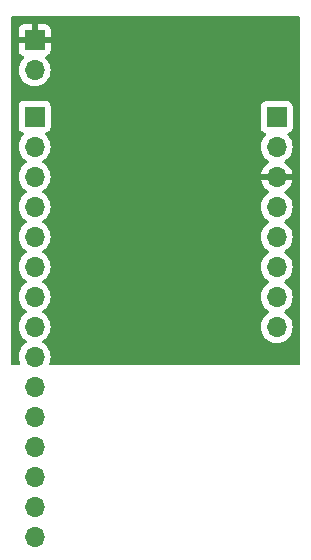
<source format=gbr>
%TF.GenerationSoftware,KiCad,Pcbnew,8.0.0*%
%TF.CreationDate,2024-03-30T13:04:04-05:00*%
%TF.ProjectId,PIC_DEV_Board,5049435f-4445-4565-9f42-6f6172642e6b,rev?*%
%TF.SameCoordinates,Original*%
%TF.FileFunction,Copper,L2,Bot*%
%TF.FilePolarity,Positive*%
%FSLAX46Y46*%
G04 Gerber Fmt 4.6, Leading zero omitted, Abs format (unit mm)*
G04 Created by KiCad (PCBNEW 8.0.0) date 2024-03-30 13:04:04*
%MOMM*%
%LPD*%
G01*
G04 APERTURE LIST*
%TA.AperFunction,ComponentPad*%
%ADD10R,1.700000X1.700000*%
%TD*%
%TA.AperFunction,ComponentPad*%
%ADD11O,1.700000X1.700000*%
%TD*%
%TA.AperFunction,ViaPad*%
%ADD12C,0.600000*%
%TD*%
G04 APERTURE END LIST*
D10*
%TO.P,J4,1,Pin_1*%
%TO.N,Earth*%
X137000000Y-86500000D03*
D11*
%TO.P,J4,2,Pin_2*%
%TO.N,Net-(J1-Pin_2)*%
X137000000Y-89040000D03*
%TD*%
D10*
%TO.P,J1,1,Pin_1*%
%TO.N,Net-(J1-Pin_1)*%
X157500000Y-93000000D03*
D11*
%TO.P,J1,2,Pin_2*%
%TO.N,Net-(J1-Pin_2)*%
X157500000Y-95540000D03*
%TO.P,J1,3,Pin_3*%
%TO.N,Earth*%
X157500000Y-98080000D03*
%TO.P,J1,4,Pin_4*%
%TO.N,Net-(J1-Pin_4)*%
X157500000Y-100620000D03*
%TO.P,J1,5,Pin_5*%
%TO.N,Net-(J1-Pin_5)*%
X157500000Y-103160000D03*
%TO.P,J1,6,Pin_6*%
%TO.N,unconnected-(J1-Pin_6-Pad6)*%
X157500000Y-105700000D03*
%TO.P,J1,7,Pin_7*%
%TO.N,unconnected-(J1-Pin_7-Pad7)*%
X157500000Y-108240000D03*
%TO.P,J1,8,Pin_8*%
%TO.N,unconnected-(J1-Pin_8-Pad8)*%
X157500000Y-110780000D03*
%TD*%
D10*
%TO.P,J3,1,Pin_1*%
%TO.N,Net-(J3-Pin_1)*%
X137000000Y-92980000D03*
D11*
%TO.P,J3,2,Pin_2*%
%TO.N,Net-(J3-Pin_2)*%
X137000000Y-95520000D03*
%TO.P,J3,3,Pin_3*%
%TO.N,Net-(J3-Pin_3)*%
X137000000Y-98060000D03*
%TO.P,J3,4,Pin_4*%
%TO.N,Net-(J3-Pin_4)*%
X137000000Y-100600000D03*
%TO.P,J3,5,Pin_5*%
%TO.N,Net-(J3-Pin_5)*%
X137000000Y-103140000D03*
%TO.P,J3,6,Pin_6*%
%TO.N,Net-(J3-Pin_6)*%
X137000000Y-105680000D03*
%TO.P,J3,7,Pin_7*%
%TO.N,Net-(J3-Pin_7)*%
X137000000Y-108220000D03*
%TO.P,J3,8,Pin_8*%
%TO.N,Net-(J3-Pin_8)*%
X137000000Y-110760000D03*
%TO.P,J3,9,Pin_9*%
%TO.N,Net-(J3-Pin_9)*%
X137000000Y-113300000D03*
%TO.P,J3,10,Pin_10*%
%TO.N,Net-(J3-Pin_10)*%
X137000000Y-115840000D03*
%TO.P,J3,11,Pin_11*%
%TO.N,Net-(J3-Pin_11)*%
X137000000Y-118380000D03*
%TO.P,J3,12,Pin_12*%
%TO.N,Net-(J3-Pin_12)*%
X137000000Y-120920000D03*
%TO.P,J3,13,Pin_13*%
%TO.N,Net-(J3-Pin_13)*%
X137000000Y-123460000D03*
%TO.P,J3,14,Pin_14*%
%TO.N,Net-(J3-Pin_14)*%
X137000000Y-126000000D03*
%TO.P,J3,15,Pin_15*%
%TO.N,Net-(J3-Pin_15)*%
X137000000Y-128540000D03*
%TD*%
D12*
%TO.N,Earth*%
X147500000Y-94500000D03*
X140000000Y-86500000D03*
X150000000Y-98000000D03*
X146500000Y-91500000D03*
%TD*%
%TA.AperFunction,Conductor*%
%TO.N,Earth*%
G36*
X159442539Y-84520185D02*
G01*
X159488294Y-84572989D01*
X159499500Y-84624500D01*
X159499500Y-113876000D01*
X159479815Y-113943039D01*
X159427011Y-113988794D01*
X159375500Y-114000000D01*
X138358338Y-114000000D01*
X138291299Y-113980315D01*
X138245544Y-113927511D01*
X138235600Y-113858353D01*
X138245956Y-113823595D01*
X138273903Y-113763663D01*
X138335063Y-113535408D01*
X138355659Y-113300000D01*
X138335063Y-113064592D01*
X138273903Y-112836337D01*
X138174035Y-112622171D01*
X138038495Y-112428599D01*
X138038494Y-112428597D01*
X137871402Y-112261506D01*
X137871396Y-112261501D01*
X137685842Y-112131575D01*
X137642217Y-112076998D01*
X137635023Y-112007500D01*
X137666546Y-111945145D01*
X137685842Y-111928425D01*
X137708026Y-111912891D01*
X137871401Y-111798495D01*
X138038495Y-111631401D01*
X138174035Y-111437830D01*
X138273903Y-111223663D01*
X138335063Y-110995408D01*
X138353909Y-110780000D01*
X156144341Y-110780000D01*
X156164936Y-111015403D01*
X156164938Y-111015413D01*
X156226094Y-111243655D01*
X156226096Y-111243659D01*
X156226097Y-111243663D01*
X156316639Y-111437830D01*
X156325965Y-111457830D01*
X156325967Y-111457834D01*
X156434281Y-111612521D01*
X156461505Y-111651401D01*
X156628599Y-111818495D01*
X156725384Y-111886265D01*
X156822165Y-111954032D01*
X156822167Y-111954033D01*
X156822170Y-111954035D01*
X157036337Y-112053903D01*
X157264592Y-112115063D01*
X157452918Y-112131539D01*
X157499999Y-112135659D01*
X157500000Y-112135659D01*
X157500001Y-112135659D01*
X157546679Y-112131575D01*
X157735408Y-112115063D01*
X157963663Y-112053903D01*
X158177830Y-111954035D01*
X158371401Y-111818495D01*
X158538495Y-111651401D01*
X158674035Y-111457830D01*
X158773903Y-111243663D01*
X158835063Y-111015408D01*
X158855659Y-110780000D01*
X158835063Y-110544592D01*
X158773903Y-110316337D01*
X158674035Y-110102171D01*
X158538495Y-109908599D01*
X158538494Y-109908597D01*
X158371402Y-109741506D01*
X158371396Y-109741501D01*
X158185842Y-109611575D01*
X158142217Y-109556998D01*
X158135023Y-109487500D01*
X158166546Y-109425145D01*
X158185842Y-109408425D01*
X158214405Y-109388425D01*
X158371401Y-109278495D01*
X158538495Y-109111401D01*
X158674035Y-108917830D01*
X158773903Y-108703663D01*
X158835063Y-108475408D01*
X158855659Y-108240000D01*
X158835063Y-108004592D01*
X158773903Y-107776337D01*
X158674035Y-107562171D01*
X158538495Y-107368599D01*
X158538494Y-107368597D01*
X158371402Y-107201506D01*
X158371396Y-107201501D01*
X158185842Y-107071575D01*
X158142217Y-107016998D01*
X158135023Y-106947500D01*
X158166546Y-106885145D01*
X158185842Y-106868425D01*
X158214405Y-106848425D01*
X158371401Y-106738495D01*
X158538495Y-106571401D01*
X158674035Y-106377830D01*
X158773903Y-106163663D01*
X158835063Y-105935408D01*
X158855659Y-105700000D01*
X158835063Y-105464592D01*
X158773903Y-105236337D01*
X158674035Y-105022171D01*
X158538495Y-104828599D01*
X158538494Y-104828597D01*
X158371402Y-104661506D01*
X158371396Y-104661501D01*
X158185842Y-104531575D01*
X158142217Y-104476998D01*
X158135023Y-104407500D01*
X158166546Y-104345145D01*
X158185842Y-104328425D01*
X158214405Y-104308425D01*
X158371401Y-104198495D01*
X158538495Y-104031401D01*
X158674035Y-103837830D01*
X158773903Y-103623663D01*
X158835063Y-103395408D01*
X158855659Y-103160000D01*
X158835063Y-102924592D01*
X158773903Y-102696337D01*
X158674035Y-102482171D01*
X158538495Y-102288599D01*
X158538494Y-102288597D01*
X158371402Y-102121506D01*
X158371396Y-102121501D01*
X158185842Y-101991575D01*
X158142217Y-101936998D01*
X158135023Y-101867500D01*
X158166546Y-101805145D01*
X158185842Y-101788425D01*
X158214405Y-101768425D01*
X158371401Y-101658495D01*
X158538495Y-101491401D01*
X158674035Y-101297830D01*
X158773903Y-101083663D01*
X158835063Y-100855408D01*
X158855659Y-100620000D01*
X158835063Y-100384592D01*
X158773903Y-100156337D01*
X158674035Y-99942171D01*
X158538495Y-99748599D01*
X158538494Y-99748597D01*
X158371402Y-99581506D01*
X158371401Y-99581505D01*
X158185405Y-99451269D01*
X158141781Y-99396692D01*
X158134588Y-99327193D01*
X158166110Y-99264839D01*
X158185405Y-99248119D01*
X158371082Y-99118105D01*
X158538105Y-98951082D01*
X158673600Y-98757578D01*
X158773429Y-98543492D01*
X158773432Y-98543486D01*
X158830636Y-98330000D01*
X157933012Y-98330000D01*
X157965925Y-98272993D01*
X158000000Y-98145826D01*
X158000000Y-98014174D01*
X157965925Y-97887007D01*
X157933012Y-97830000D01*
X158830636Y-97830000D01*
X158830635Y-97829999D01*
X158773432Y-97616513D01*
X158773429Y-97616507D01*
X158673600Y-97402422D01*
X158673599Y-97402420D01*
X158538113Y-97208926D01*
X158538108Y-97208920D01*
X158371078Y-97041890D01*
X158185405Y-96911879D01*
X158141780Y-96857302D01*
X158134588Y-96787804D01*
X158166110Y-96725449D01*
X158185406Y-96708730D01*
X158206393Y-96694035D01*
X158371401Y-96578495D01*
X158538495Y-96411401D01*
X158674035Y-96217830D01*
X158773903Y-96003663D01*
X158835063Y-95775408D01*
X158855659Y-95540000D01*
X158835063Y-95304592D01*
X158773903Y-95076337D01*
X158674035Y-94862171D01*
X158538495Y-94668599D01*
X158416567Y-94546671D01*
X158383084Y-94485351D01*
X158388068Y-94415659D01*
X158429939Y-94359725D01*
X158460915Y-94342810D01*
X158592331Y-94293796D01*
X158707546Y-94207546D01*
X158793796Y-94092331D01*
X158844091Y-93957483D01*
X158850500Y-93897873D01*
X158850499Y-92102128D01*
X158844091Y-92042517D01*
X158836631Y-92022517D01*
X158793797Y-91907671D01*
X158793793Y-91907664D01*
X158707547Y-91792455D01*
X158707544Y-91792452D01*
X158592335Y-91706206D01*
X158592328Y-91706202D01*
X158457482Y-91655908D01*
X158457483Y-91655908D01*
X158397883Y-91649501D01*
X158397881Y-91649500D01*
X158397873Y-91649500D01*
X158397864Y-91649500D01*
X156602129Y-91649500D01*
X156602123Y-91649501D01*
X156542516Y-91655908D01*
X156407671Y-91706202D01*
X156407664Y-91706206D01*
X156292455Y-91792452D01*
X156292452Y-91792455D01*
X156206206Y-91907664D01*
X156206202Y-91907671D01*
X156155908Y-92042517D01*
X156151650Y-92082127D01*
X156149501Y-92102123D01*
X156149500Y-92102135D01*
X156149500Y-93897870D01*
X156149501Y-93897876D01*
X156155908Y-93957483D01*
X156206202Y-94092328D01*
X156206206Y-94092335D01*
X156292452Y-94207544D01*
X156292455Y-94207547D01*
X156407664Y-94293793D01*
X156407671Y-94293797D01*
X156539081Y-94342810D01*
X156595015Y-94384681D01*
X156619432Y-94450145D01*
X156604580Y-94518418D01*
X156583430Y-94546673D01*
X156461503Y-94668600D01*
X156325965Y-94862169D01*
X156325964Y-94862171D01*
X156226098Y-95076335D01*
X156226094Y-95076344D01*
X156164938Y-95304586D01*
X156164936Y-95304596D01*
X156144341Y-95539999D01*
X156144341Y-95540000D01*
X156164936Y-95775403D01*
X156164938Y-95775413D01*
X156226094Y-96003655D01*
X156226096Y-96003659D01*
X156226097Y-96003663D01*
X156316639Y-96197830D01*
X156325965Y-96217830D01*
X156325967Y-96217834D01*
X156461501Y-96411395D01*
X156461506Y-96411402D01*
X156628597Y-96578493D01*
X156628603Y-96578498D01*
X156814594Y-96708730D01*
X156858219Y-96763307D01*
X156865413Y-96832805D01*
X156833890Y-96895160D01*
X156814595Y-96911880D01*
X156628922Y-97041890D01*
X156628920Y-97041891D01*
X156461891Y-97208920D01*
X156461886Y-97208926D01*
X156326400Y-97402420D01*
X156326399Y-97402422D01*
X156226570Y-97616507D01*
X156226567Y-97616513D01*
X156169364Y-97829999D01*
X156169364Y-97830000D01*
X157066988Y-97830000D01*
X157034075Y-97887007D01*
X157000000Y-98014174D01*
X157000000Y-98145826D01*
X157034075Y-98272993D01*
X157066988Y-98330000D01*
X156169364Y-98330000D01*
X156226567Y-98543486D01*
X156226570Y-98543492D01*
X156326399Y-98757578D01*
X156461894Y-98951082D01*
X156628917Y-99118105D01*
X156814595Y-99248119D01*
X156858219Y-99302696D01*
X156865412Y-99372195D01*
X156833890Y-99434549D01*
X156814595Y-99451269D01*
X156628594Y-99581508D01*
X156461505Y-99748597D01*
X156325965Y-99942169D01*
X156325964Y-99942171D01*
X156226098Y-100156335D01*
X156226094Y-100156344D01*
X156164938Y-100384586D01*
X156164936Y-100384596D01*
X156144341Y-100619999D01*
X156144341Y-100620000D01*
X156164936Y-100855403D01*
X156164938Y-100855413D01*
X156226094Y-101083655D01*
X156226096Y-101083659D01*
X156226097Y-101083663D01*
X156316639Y-101277830D01*
X156325965Y-101297830D01*
X156325967Y-101297834D01*
X156461501Y-101491395D01*
X156461506Y-101491402D01*
X156628597Y-101658493D01*
X156628603Y-101658498D01*
X156814158Y-101788425D01*
X156857783Y-101843002D01*
X156864977Y-101912500D01*
X156833454Y-101974855D01*
X156814158Y-101991575D01*
X156628597Y-102121505D01*
X156461505Y-102288597D01*
X156325965Y-102482169D01*
X156325964Y-102482171D01*
X156226098Y-102696335D01*
X156226094Y-102696344D01*
X156164938Y-102924586D01*
X156164936Y-102924596D01*
X156144341Y-103159999D01*
X156144341Y-103160000D01*
X156164936Y-103395403D01*
X156164938Y-103395413D01*
X156226094Y-103623655D01*
X156226096Y-103623659D01*
X156226097Y-103623663D01*
X156316639Y-103817830D01*
X156325965Y-103837830D01*
X156325967Y-103837834D01*
X156461501Y-104031395D01*
X156461506Y-104031402D01*
X156628597Y-104198493D01*
X156628603Y-104198498D01*
X156814158Y-104328425D01*
X156857783Y-104383002D01*
X156864977Y-104452500D01*
X156833454Y-104514855D01*
X156814158Y-104531575D01*
X156628597Y-104661505D01*
X156461505Y-104828597D01*
X156325965Y-105022169D01*
X156325964Y-105022171D01*
X156226098Y-105236335D01*
X156226094Y-105236344D01*
X156164938Y-105464586D01*
X156164936Y-105464596D01*
X156144341Y-105699999D01*
X156144341Y-105700000D01*
X156164936Y-105935403D01*
X156164938Y-105935413D01*
X156226094Y-106163655D01*
X156226096Y-106163659D01*
X156226097Y-106163663D01*
X156316639Y-106357830D01*
X156325965Y-106377830D01*
X156325967Y-106377834D01*
X156461501Y-106571395D01*
X156461506Y-106571402D01*
X156628597Y-106738493D01*
X156628603Y-106738498D01*
X156814158Y-106868425D01*
X156857783Y-106923002D01*
X156864977Y-106992500D01*
X156833454Y-107054855D01*
X156814158Y-107071575D01*
X156628597Y-107201505D01*
X156461505Y-107368597D01*
X156325965Y-107562169D01*
X156325964Y-107562171D01*
X156226098Y-107776335D01*
X156226094Y-107776344D01*
X156164938Y-108004586D01*
X156164936Y-108004596D01*
X156144341Y-108239999D01*
X156144341Y-108240000D01*
X156164936Y-108475403D01*
X156164938Y-108475413D01*
X156226094Y-108703655D01*
X156226096Y-108703659D01*
X156226097Y-108703663D01*
X156316639Y-108897830D01*
X156325965Y-108917830D01*
X156325967Y-108917834D01*
X156461501Y-109111395D01*
X156461506Y-109111402D01*
X156628597Y-109278493D01*
X156628603Y-109278498D01*
X156814158Y-109408425D01*
X156857783Y-109463002D01*
X156864977Y-109532500D01*
X156833454Y-109594855D01*
X156814158Y-109611575D01*
X156628597Y-109741505D01*
X156461505Y-109908597D01*
X156325965Y-110102169D01*
X156325964Y-110102171D01*
X156226098Y-110316335D01*
X156226094Y-110316344D01*
X156164938Y-110544586D01*
X156164936Y-110544596D01*
X156144341Y-110779999D01*
X156144341Y-110780000D01*
X138353909Y-110780000D01*
X138355659Y-110760000D01*
X138335063Y-110524592D01*
X138273903Y-110296337D01*
X138174035Y-110082171D01*
X138038495Y-109888599D01*
X138038494Y-109888597D01*
X137871402Y-109721506D01*
X137871396Y-109721501D01*
X137685842Y-109591575D01*
X137642217Y-109536998D01*
X137635023Y-109467500D01*
X137666546Y-109405145D01*
X137685842Y-109388425D01*
X137708026Y-109372891D01*
X137871401Y-109258495D01*
X138038495Y-109091401D01*
X138174035Y-108897830D01*
X138273903Y-108683663D01*
X138335063Y-108455408D01*
X138355659Y-108220000D01*
X138335063Y-107984592D01*
X138273903Y-107756337D01*
X138174035Y-107542171D01*
X138038495Y-107348599D01*
X138038494Y-107348597D01*
X137871402Y-107181506D01*
X137871396Y-107181501D01*
X137685842Y-107051575D01*
X137642217Y-106996998D01*
X137635023Y-106927500D01*
X137666546Y-106865145D01*
X137685842Y-106848425D01*
X137708026Y-106832891D01*
X137871401Y-106718495D01*
X138038495Y-106551401D01*
X138174035Y-106357830D01*
X138273903Y-106143663D01*
X138335063Y-105915408D01*
X138355659Y-105680000D01*
X138335063Y-105444592D01*
X138273903Y-105216337D01*
X138174035Y-105002171D01*
X138038495Y-104808599D01*
X138038494Y-104808597D01*
X137871402Y-104641506D01*
X137871396Y-104641501D01*
X137685842Y-104511575D01*
X137642217Y-104456998D01*
X137635023Y-104387500D01*
X137666546Y-104325145D01*
X137685842Y-104308425D01*
X137708026Y-104292891D01*
X137871401Y-104178495D01*
X138038495Y-104011401D01*
X138174035Y-103817830D01*
X138273903Y-103603663D01*
X138335063Y-103375408D01*
X138355659Y-103140000D01*
X138335063Y-102904592D01*
X138273903Y-102676337D01*
X138174035Y-102462171D01*
X138038495Y-102268599D01*
X138038494Y-102268597D01*
X137871402Y-102101506D01*
X137871396Y-102101501D01*
X137685842Y-101971575D01*
X137642217Y-101916998D01*
X137635023Y-101847500D01*
X137666546Y-101785145D01*
X137685842Y-101768425D01*
X137708026Y-101752891D01*
X137871401Y-101638495D01*
X138038495Y-101471401D01*
X138174035Y-101277830D01*
X138273903Y-101063663D01*
X138335063Y-100835408D01*
X138355659Y-100600000D01*
X138335063Y-100364592D01*
X138273903Y-100136337D01*
X138174035Y-99922171D01*
X138038495Y-99728599D01*
X138038494Y-99728597D01*
X137871402Y-99561506D01*
X137871396Y-99561501D01*
X137685842Y-99431575D01*
X137642217Y-99376998D01*
X137635023Y-99307500D01*
X137666546Y-99245145D01*
X137685842Y-99228425D01*
X137708026Y-99212891D01*
X137871401Y-99098495D01*
X138038495Y-98931401D01*
X138174035Y-98737830D01*
X138273903Y-98523663D01*
X138335063Y-98295408D01*
X138355659Y-98060000D01*
X138335063Y-97824592D01*
X138279309Y-97616513D01*
X138273905Y-97596344D01*
X138273904Y-97596343D01*
X138273903Y-97596337D01*
X138174035Y-97382171D01*
X138038495Y-97188599D01*
X138038494Y-97188597D01*
X137871402Y-97021506D01*
X137871396Y-97021501D01*
X137685842Y-96891575D01*
X137642217Y-96836998D01*
X137635023Y-96767500D01*
X137666546Y-96705145D01*
X137685842Y-96688425D01*
X137708026Y-96672891D01*
X137871401Y-96558495D01*
X138038495Y-96391401D01*
X138174035Y-96197830D01*
X138273903Y-95983663D01*
X138335063Y-95755408D01*
X138355659Y-95520000D01*
X138335063Y-95284592D01*
X138273903Y-95056337D01*
X138174035Y-94842171D01*
X138038495Y-94648599D01*
X137916567Y-94526671D01*
X137883084Y-94465351D01*
X137888068Y-94395659D01*
X137929939Y-94339725D01*
X137960915Y-94322810D01*
X138092331Y-94273796D01*
X138207546Y-94187546D01*
X138293796Y-94072331D01*
X138344091Y-93937483D01*
X138350500Y-93877873D01*
X138350499Y-92082128D01*
X138344091Y-92022517D01*
X138301256Y-91907671D01*
X138293797Y-91887671D01*
X138293793Y-91887664D01*
X138207547Y-91772455D01*
X138207544Y-91772452D01*
X138092335Y-91686206D01*
X138092328Y-91686202D01*
X137957482Y-91635908D01*
X137957483Y-91635908D01*
X137897883Y-91629501D01*
X137897881Y-91629500D01*
X137897873Y-91629500D01*
X137897864Y-91629500D01*
X136102129Y-91629500D01*
X136102123Y-91629501D01*
X136042516Y-91635908D01*
X135907671Y-91686202D01*
X135907664Y-91686206D01*
X135792455Y-91772452D01*
X135792452Y-91772455D01*
X135706206Y-91887664D01*
X135706202Y-91887671D01*
X135655908Y-92022517D01*
X135649501Y-92082116D01*
X135649501Y-92082123D01*
X135649500Y-92082135D01*
X135649500Y-93877870D01*
X135649501Y-93877876D01*
X135655908Y-93937483D01*
X135706202Y-94072328D01*
X135706206Y-94072335D01*
X135792452Y-94187544D01*
X135792455Y-94187547D01*
X135907664Y-94273793D01*
X135907671Y-94273797D01*
X136039081Y-94322810D01*
X136095015Y-94364681D01*
X136119432Y-94430145D01*
X136104580Y-94498418D01*
X136083430Y-94526673D01*
X135961503Y-94648600D01*
X135825965Y-94842169D01*
X135825964Y-94842171D01*
X135726098Y-95056335D01*
X135726094Y-95056344D01*
X135664938Y-95284586D01*
X135664936Y-95284596D01*
X135644341Y-95519999D01*
X135644341Y-95520000D01*
X135664936Y-95755403D01*
X135664938Y-95755413D01*
X135726094Y-95983655D01*
X135726096Y-95983659D01*
X135726097Y-95983663D01*
X135735424Y-96003664D01*
X135825965Y-96197830D01*
X135825967Y-96197834D01*
X135961501Y-96391395D01*
X135961506Y-96391402D01*
X136128597Y-96558493D01*
X136128603Y-96558498D01*
X136314158Y-96688425D01*
X136357783Y-96743002D01*
X136364977Y-96812500D01*
X136333454Y-96874855D01*
X136314158Y-96891575D01*
X136128597Y-97021505D01*
X135961505Y-97188597D01*
X135825965Y-97382169D01*
X135825964Y-97382171D01*
X135726098Y-97596335D01*
X135726094Y-97596344D01*
X135664938Y-97824586D01*
X135664936Y-97824596D01*
X135644341Y-98059999D01*
X135644341Y-98060000D01*
X135664936Y-98295403D01*
X135664938Y-98295413D01*
X135726094Y-98523655D01*
X135726096Y-98523659D01*
X135726097Y-98523663D01*
X135825965Y-98737830D01*
X135825967Y-98737834D01*
X135961501Y-98931395D01*
X135961506Y-98931402D01*
X136128597Y-99098493D01*
X136128603Y-99098498D01*
X136314158Y-99228425D01*
X136357783Y-99283002D01*
X136364977Y-99352500D01*
X136333454Y-99414855D01*
X136314158Y-99431575D01*
X136128597Y-99561505D01*
X135961505Y-99728597D01*
X135825965Y-99922169D01*
X135825964Y-99922171D01*
X135726098Y-100136335D01*
X135726094Y-100136344D01*
X135664938Y-100364586D01*
X135664936Y-100364596D01*
X135644341Y-100599999D01*
X135644341Y-100600000D01*
X135664936Y-100835403D01*
X135664938Y-100835413D01*
X135726094Y-101063655D01*
X135726096Y-101063659D01*
X135726097Y-101063663D01*
X135735424Y-101083664D01*
X135825965Y-101277830D01*
X135825967Y-101277834D01*
X135961501Y-101471395D01*
X135961506Y-101471402D01*
X136128597Y-101638493D01*
X136128603Y-101638498D01*
X136314158Y-101768425D01*
X136357783Y-101823002D01*
X136364977Y-101892500D01*
X136333454Y-101954855D01*
X136314158Y-101971575D01*
X136128597Y-102101505D01*
X135961505Y-102268597D01*
X135825965Y-102462169D01*
X135825964Y-102462171D01*
X135726098Y-102676335D01*
X135726094Y-102676344D01*
X135664938Y-102904586D01*
X135664936Y-102904596D01*
X135644341Y-103139999D01*
X135644341Y-103140000D01*
X135664936Y-103375403D01*
X135664938Y-103375413D01*
X135726094Y-103603655D01*
X135726096Y-103603659D01*
X135726097Y-103603663D01*
X135735424Y-103623664D01*
X135825965Y-103817830D01*
X135825967Y-103817834D01*
X135961501Y-104011395D01*
X135961506Y-104011402D01*
X136128597Y-104178493D01*
X136128603Y-104178498D01*
X136314158Y-104308425D01*
X136357783Y-104363002D01*
X136364977Y-104432500D01*
X136333454Y-104494855D01*
X136314158Y-104511575D01*
X136128597Y-104641505D01*
X135961505Y-104808597D01*
X135825965Y-105002169D01*
X135825964Y-105002171D01*
X135726098Y-105216335D01*
X135726094Y-105216344D01*
X135664938Y-105444586D01*
X135664936Y-105444596D01*
X135644341Y-105679999D01*
X135644341Y-105680000D01*
X135664936Y-105915403D01*
X135664938Y-105915413D01*
X135726094Y-106143655D01*
X135726096Y-106143659D01*
X135726097Y-106143663D01*
X135735424Y-106163664D01*
X135825965Y-106357830D01*
X135825967Y-106357834D01*
X135961501Y-106551395D01*
X135961506Y-106551402D01*
X136128597Y-106718493D01*
X136128603Y-106718498D01*
X136314158Y-106848425D01*
X136357783Y-106903002D01*
X136364977Y-106972500D01*
X136333454Y-107034855D01*
X136314158Y-107051575D01*
X136128597Y-107181505D01*
X135961505Y-107348597D01*
X135825965Y-107542169D01*
X135825964Y-107542171D01*
X135726098Y-107756335D01*
X135726094Y-107756344D01*
X135664938Y-107984586D01*
X135664936Y-107984596D01*
X135644341Y-108219999D01*
X135644341Y-108220000D01*
X135664936Y-108455403D01*
X135664938Y-108455413D01*
X135726094Y-108683655D01*
X135726096Y-108683659D01*
X135726097Y-108683663D01*
X135735424Y-108703664D01*
X135825965Y-108897830D01*
X135825967Y-108897834D01*
X135961501Y-109091395D01*
X135961506Y-109091402D01*
X136128597Y-109258493D01*
X136128603Y-109258498D01*
X136314158Y-109388425D01*
X136357783Y-109443002D01*
X136364977Y-109512500D01*
X136333454Y-109574855D01*
X136314158Y-109591575D01*
X136128597Y-109721505D01*
X135961505Y-109888597D01*
X135825965Y-110082169D01*
X135825964Y-110082171D01*
X135726098Y-110296335D01*
X135726094Y-110296344D01*
X135664938Y-110524586D01*
X135664936Y-110524596D01*
X135644341Y-110759999D01*
X135644341Y-110760000D01*
X135664936Y-110995403D01*
X135664938Y-110995413D01*
X135726094Y-111223655D01*
X135726096Y-111223659D01*
X135726097Y-111223663D01*
X135735424Y-111243664D01*
X135825965Y-111437830D01*
X135825967Y-111437834D01*
X135961501Y-111631395D01*
X135961506Y-111631402D01*
X136128597Y-111798493D01*
X136128603Y-111798498D01*
X136314158Y-111928425D01*
X136357783Y-111983002D01*
X136364977Y-112052500D01*
X136333454Y-112114855D01*
X136314158Y-112131575D01*
X136128597Y-112261505D01*
X135961505Y-112428597D01*
X135825965Y-112622169D01*
X135825964Y-112622171D01*
X135726098Y-112836335D01*
X135726094Y-112836344D01*
X135664938Y-113064586D01*
X135664936Y-113064596D01*
X135644341Y-113299999D01*
X135644341Y-113300000D01*
X135664936Y-113535403D01*
X135664938Y-113535413D01*
X135726094Y-113763655D01*
X135726096Y-113763659D01*
X135726097Y-113763663D01*
X135754044Y-113823595D01*
X135764536Y-113892673D01*
X135736016Y-113956457D01*
X135677540Y-113994696D01*
X135641662Y-114000000D01*
X135124500Y-114000000D01*
X135057461Y-113980315D01*
X135011706Y-113927511D01*
X135000500Y-113876000D01*
X135000500Y-89040000D01*
X135644341Y-89040000D01*
X135664936Y-89275403D01*
X135664938Y-89275413D01*
X135726094Y-89503655D01*
X135726096Y-89503659D01*
X135726097Y-89503663D01*
X135825965Y-89717830D01*
X135825967Y-89717834D01*
X135934281Y-89872521D01*
X135961505Y-89911401D01*
X136128599Y-90078495D01*
X136225384Y-90146265D01*
X136322165Y-90214032D01*
X136322167Y-90214033D01*
X136322170Y-90214035D01*
X136536337Y-90313903D01*
X136764592Y-90375063D01*
X136952918Y-90391539D01*
X136999999Y-90395659D01*
X137000000Y-90395659D01*
X137000001Y-90395659D01*
X137039234Y-90392226D01*
X137235408Y-90375063D01*
X137463663Y-90313903D01*
X137677830Y-90214035D01*
X137871401Y-90078495D01*
X138038495Y-89911401D01*
X138174035Y-89717830D01*
X138273903Y-89503663D01*
X138335063Y-89275408D01*
X138355659Y-89040000D01*
X138335063Y-88804592D01*
X138273903Y-88576337D01*
X138174035Y-88362171D01*
X138038495Y-88168599D01*
X137916179Y-88046283D01*
X137882696Y-87984963D01*
X137887680Y-87915271D01*
X137929551Y-87859337D01*
X137960529Y-87842422D01*
X138092086Y-87793354D01*
X138092093Y-87793350D01*
X138207187Y-87707190D01*
X138207190Y-87707187D01*
X138293350Y-87592093D01*
X138293354Y-87592086D01*
X138343596Y-87457379D01*
X138343598Y-87457372D01*
X138349999Y-87397844D01*
X138350000Y-87397827D01*
X138350000Y-86750000D01*
X137433012Y-86750000D01*
X137465925Y-86692993D01*
X137500000Y-86565826D01*
X137500000Y-86434174D01*
X137465925Y-86307007D01*
X137433012Y-86250000D01*
X138350000Y-86250000D01*
X138350000Y-85602172D01*
X138349999Y-85602155D01*
X138343598Y-85542627D01*
X138343596Y-85542620D01*
X138293354Y-85407913D01*
X138293350Y-85407906D01*
X138207190Y-85292812D01*
X138207187Y-85292809D01*
X138092093Y-85206649D01*
X138092086Y-85206645D01*
X137957379Y-85156403D01*
X137957372Y-85156401D01*
X137897844Y-85150000D01*
X137250000Y-85150000D01*
X137250000Y-86066988D01*
X137192993Y-86034075D01*
X137065826Y-86000000D01*
X136934174Y-86000000D01*
X136807007Y-86034075D01*
X136750000Y-86066988D01*
X136750000Y-85150000D01*
X136102155Y-85150000D01*
X136042627Y-85156401D01*
X136042620Y-85156403D01*
X135907913Y-85206645D01*
X135907906Y-85206649D01*
X135792812Y-85292809D01*
X135792809Y-85292812D01*
X135706649Y-85407906D01*
X135706645Y-85407913D01*
X135656403Y-85542620D01*
X135656401Y-85542627D01*
X135650000Y-85602155D01*
X135650000Y-86250000D01*
X136566988Y-86250000D01*
X136534075Y-86307007D01*
X136500000Y-86434174D01*
X136500000Y-86565826D01*
X136534075Y-86692993D01*
X136566988Y-86750000D01*
X135650000Y-86750000D01*
X135650000Y-87397844D01*
X135656401Y-87457372D01*
X135656403Y-87457379D01*
X135706645Y-87592086D01*
X135706649Y-87592093D01*
X135792809Y-87707187D01*
X135792812Y-87707190D01*
X135907906Y-87793350D01*
X135907913Y-87793354D01*
X136039470Y-87842421D01*
X136095403Y-87884292D01*
X136119821Y-87949756D01*
X136104970Y-88018029D01*
X136083819Y-88046284D01*
X135961503Y-88168600D01*
X135825965Y-88362169D01*
X135825964Y-88362171D01*
X135726098Y-88576335D01*
X135726094Y-88576344D01*
X135664938Y-88804586D01*
X135664936Y-88804596D01*
X135644341Y-89039999D01*
X135644341Y-89040000D01*
X135000500Y-89040000D01*
X135000500Y-84624500D01*
X135020185Y-84557461D01*
X135072989Y-84511706D01*
X135124500Y-84500500D01*
X159375500Y-84500500D01*
X159442539Y-84520185D01*
G37*
%TD.AperFunction*%
%TD*%
M02*

</source>
